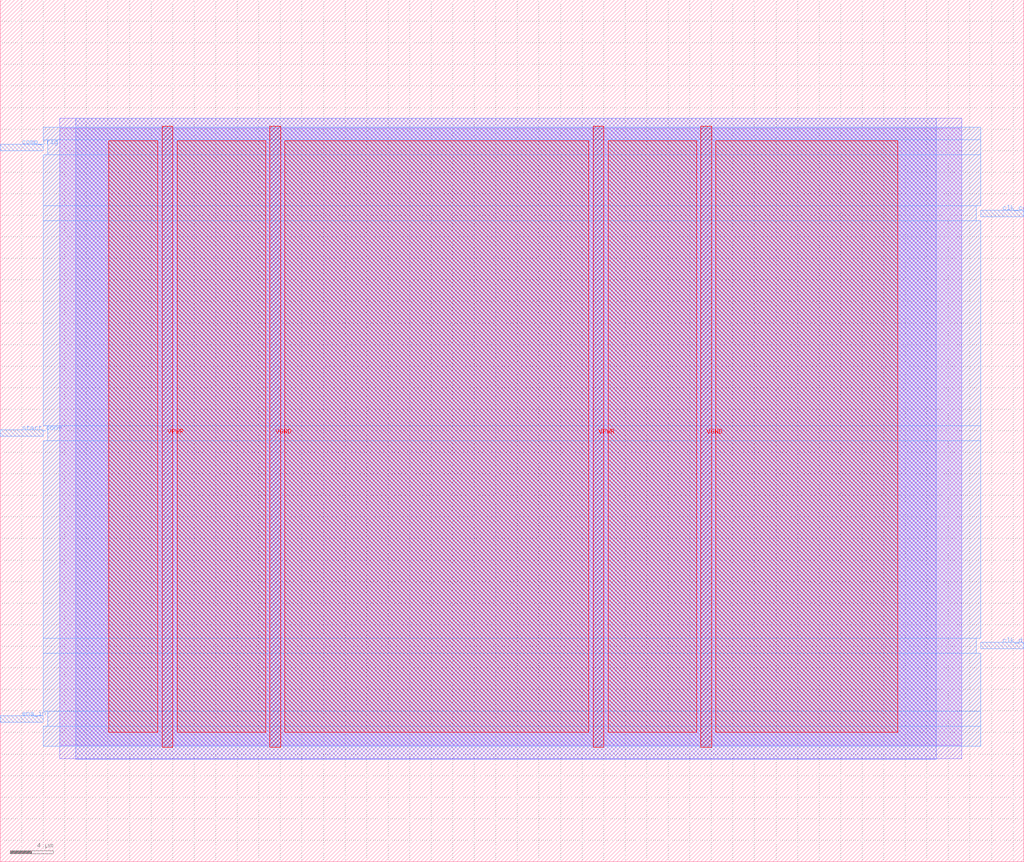
<source format=lef>
VERSION 5.7 ;
  NOWIREEXTENSIONATPIN ON ;
  DIVIDERCHAR "/" ;
  BUSBITCHARS "[]" ;
MACRO adc_clkgen_with_edgedetect
  CLASS BLOCK ;
  FOREIGN adc_clkgen_with_edgedetect ;
  ORIGIN 0.000 0.000 ;
  SIZE 95.000 BY 80.000 ;
  PIN VGND
    DIRECTION INOUT ;
    USE GROUND ;
    PORT
      LAYER met4 ;
        RECT 25.020 10.640 26.020 68.240 ;
    END
    PORT
      LAYER met4 ;
        RECT 65.020 10.640 66.020 68.240 ;
    END
  END VGND
  PIN VPWR
    DIRECTION INOUT ;
    USE POWER ;
    PORT
      LAYER met4 ;
        RECT 15.020 10.640 16.020 68.240 ;
    END
    PORT
      LAYER met4 ;
        RECT 55.020 10.640 56.020 68.240 ;
    END
  END VPWR
  PIN clk_comp
    DIRECTION OUTPUT TRISTATE ;
    USE SIGNAL ;
    PORT
      LAYER met3 ;
        RECT 91.000 59.880 95.000 60.480 ;
    END
  END clk_comp
  PIN clk_dig
    DIRECTION OUTPUT TRISTATE ;
    USE SIGNAL ;
    PORT
      LAYER met3 ;
        RECT 91.000 19.760 95.000 20.360 ;
    END
  END clk_dig
  PIN comp_trig
    DIRECTION INPUT ;
    USE SIGNAL ;
    PORT
      LAYER met3 ;
        RECT 0.000 66.000 4.000 66.600 ;
    END
  END comp_trig
  PIN ena_in
    DIRECTION INPUT ;
    USE SIGNAL ;
    PORT
      LAYER met3 ;
        RECT 0.000 12.960 4.000 13.560 ;
    END
  END ena_in
  PIN start_conv
    DIRECTION INPUT ;
    USE SIGNAL ;
    PORT
      LAYER met3 ;
        RECT 0.000 39.480 4.000 40.080 ;
    END
  END start_conv
  OBS
      LAYER li1 ;
        RECT 5.520 10.795 89.240 68.085 ;
      LAYER met1 ;
        RECT 5.520 9.560 89.240 68.980 ;
      LAYER met2 ;
        RECT 6.990 9.530 86.850 69.010 ;
      LAYER met3 ;
        RECT 4.000 67.000 91.000 68.165 ;
        RECT 4.400 65.600 91.000 67.000 ;
        RECT 4.000 60.880 91.000 65.600 ;
        RECT 4.000 59.480 90.600 60.880 ;
        RECT 4.000 40.480 91.000 59.480 ;
        RECT 4.400 39.080 91.000 40.480 ;
        RECT 4.000 20.760 91.000 39.080 ;
        RECT 4.000 19.360 90.600 20.760 ;
        RECT 4.000 13.960 91.000 19.360 ;
        RECT 4.400 12.560 91.000 13.960 ;
        RECT 4.000 10.715 91.000 12.560 ;
      LAYER met4 ;
        RECT 10.090 12.010 14.620 66.930 ;
        RECT 16.420 12.010 24.620 66.930 ;
        RECT 26.420 12.010 54.620 66.930 ;
        RECT 56.420 12.010 64.620 66.930 ;
        RECT 66.420 12.010 83.290 66.930 ;
  END
END adc_clkgen_with_edgedetect
END LIBRARY


</source>
